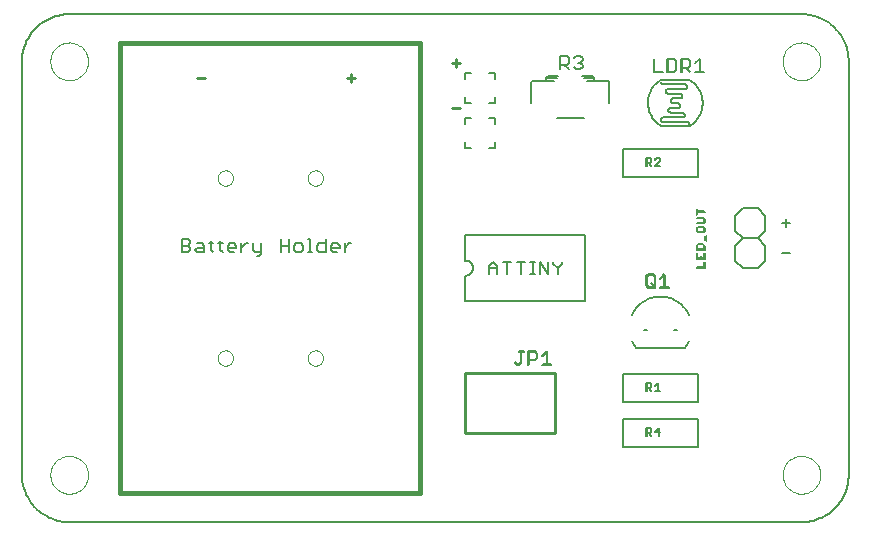
<source format=gto>
G75*
%MOIN*%
%OFA0B0*%
%FSLAX24Y24*%
%IPPOS*%
%LPD*%
%AMOC8*
5,1,8,0,0,1.08239X$1,22.5*
%
%ADD10C,0.0000*%
%ADD11C,0.0080*%
%ADD12C,0.0160*%
%ADD13C,0.0100*%
%ADD14C,0.0050*%
%ADD15C,0.0060*%
%ADD16C,0.0040*%
%ADD17C,0.0030*%
D10*
X006284Y003416D02*
X030694Y003416D01*
X030064Y004990D02*
X030066Y005040D01*
X030072Y005090D01*
X030082Y005139D01*
X030096Y005187D01*
X030113Y005234D01*
X030134Y005279D01*
X030159Y005323D01*
X030187Y005364D01*
X030219Y005403D01*
X030253Y005440D01*
X030290Y005474D01*
X030330Y005504D01*
X030372Y005531D01*
X030416Y005555D01*
X030462Y005576D01*
X030509Y005592D01*
X030557Y005605D01*
X030607Y005614D01*
X030656Y005619D01*
X030707Y005620D01*
X030757Y005617D01*
X030806Y005610D01*
X030855Y005599D01*
X030903Y005584D01*
X030949Y005566D01*
X030994Y005544D01*
X031037Y005518D01*
X031078Y005489D01*
X031117Y005457D01*
X031153Y005422D01*
X031185Y005384D01*
X031215Y005344D01*
X031242Y005301D01*
X031265Y005257D01*
X031284Y005211D01*
X031300Y005163D01*
X031312Y005114D01*
X031320Y005065D01*
X031324Y005015D01*
X031324Y004965D01*
X031320Y004915D01*
X031312Y004866D01*
X031300Y004817D01*
X031284Y004769D01*
X031265Y004723D01*
X031242Y004679D01*
X031215Y004636D01*
X031185Y004596D01*
X031153Y004558D01*
X031117Y004523D01*
X031078Y004491D01*
X031037Y004462D01*
X030994Y004436D01*
X030949Y004414D01*
X030903Y004396D01*
X030855Y004381D01*
X030806Y004370D01*
X030757Y004363D01*
X030707Y004360D01*
X030656Y004361D01*
X030607Y004366D01*
X030557Y004375D01*
X030509Y004388D01*
X030462Y004404D01*
X030416Y004425D01*
X030372Y004449D01*
X030330Y004476D01*
X030290Y004506D01*
X030253Y004540D01*
X030219Y004577D01*
X030187Y004616D01*
X030159Y004657D01*
X030134Y004701D01*
X030113Y004746D01*
X030096Y004793D01*
X030082Y004841D01*
X030072Y004890D01*
X030066Y004940D01*
X030064Y004990D01*
X030694Y003415D02*
X030771Y003417D01*
X030848Y003423D01*
X030925Y003432D01*
X031001Y003445D01*
X031077Y003462D01*
X031151Y003483D01*
X031225Y003507D01*
X031297Y003535D01*
X031367Y003566D01*
X031436Y003601D01*
X031504Y003639D01*
X031569Y003680D01*
X031632Y003725D01*
X031693Y003773D01*
X031752Y003823D01*
X031808Y003876D01*
X031861Y003932D01*
X031911Y003991D01*
X031959Y004052D01*
X032004Y004115D01*
X032045Y004180D01*
X032083Y004248D01*
X032118Y004317D01*
X032149Y004387D01*
X032177Y004459D01*
X032201Y004533D01*
X032222Y004607D01*
X032239Y004683D01*
X032252Y004759D01*
X032261Y004836D01*
X032267Y004913D01*
X032269Y004990D01*
X032269Y018770D01*
X030064Y018770D02*
X030066Y018820D01*
X030072Y018870D01*
X030082Y018919D01*
X030096Y018967D01*
X030113Y019014D01*
X030134Y019059D01*
X030159Y019103D01*
X030187Y019144D01*
X030219Y019183D01*
X030253Y019220D01*
X030290Y019254D01*
X030330Y019284D01*
X030372Y019311D01*
X030416Y019335D01*
X030462Y019356D01*
X030509Y019372D01*
X030557Y019385D01*
X030607Y019394D01*
X030656Y019399D01*
X030707Y019400D01*
X030757Y019397D01*
X030806Y019390D01*
X030855Y019379D01*
X030903Y019364D01*
X030949Y019346D01*
X030994Y019324D01*
X031037Y019298D01*
X031078Y019269D01*
X031117Y019237D01*
X031153Y019202D01*
X031185Y019164D01*
X031215Y019124D01*
X031242Y019081D01*
X031265Y019037D01*
X031284Y018991D01*
X031300Y018943D01*
X031312Y018894D01*
X031320Y018845D01*
X031324Y018795D01*
X031324Y018745D01*
X031320Y018695D01*
X031312Y018646D01*
X031300Y018597D01*
X031284Y018549D01*
X031265Y018503D01*
X031242Y018459D01*
X031215Y018416D01*
X031185Y018376D01*
X031153Y018338D01*
X031117Y018303D01*
X031078Y018271D01*
X031037Y018242D01*
X030994Y018216D01*
X030949Y018194D01*
X030903Y018176D01*
X030855Y018161D01*
X030806Y018150D01*
X030757Y018143D01*
X030707Y018140D01*
X030656Y018141D01*
X030607Y018146D01*
X030557Y018155D01*
X030509Y018168D01*
X030462Y018184D01*
X030416Y018205D01*
X030372Y018229D01*
X030330Y018256D01*
X030290Y018286D01*
X030253Y018320D01*
X030219Y018357D01*
X030187Y018396D01*
X030159Y018437D01*
X030134Y018481D01*
X030113Y018526D01*
X030096Y018573D01*
X030082Y018621D01*
X030072Y018670D01*
X030066Y018720D01*
X030064Y018770D01*
X030694Y020345D02*
X030771Y020343D01*
X030848Y020337D01*
X030925Y020328D01*
X031001Y020315D01*
X031077Y020298D01*
X031151Y020277D01*
X031225Y020253D01*
X031297Y020225D01*
X031367Y020194D01*
X031436Y020159D01*
X031504Y020121D01*
X031569Y020080D01*
X031632Y020035D01*
X031693Y019987D01*
X031752Y019937D01*
X031808Y019884D01*
X031861Y019828D01*
X031911Y019769D01*
X031959Y019708D01*
X032004Y019645D01*
X032045Y019580D01*
X032083Y019512D01*
X032118Y019443D01*
X032149Y019373D01*
X032177Y019301D01*
X032201Y019227D01*
X032222Y019153D01*
X032239Y019077D01*
X032252Y019001D01*
X032261Y018924D01*
X032267Y018847D01*
X032269Y018770D01*
X030694Y020345D02*
X006284Y020345D01*
X005654Y018770D02*
X005656Y018820D01*
X005662Y018870D01*
X005672Y018919D01*
X005686Y018967D01*
X005703Y019014D01*
X005724Y019059D01*
X005749Y019103D01*
X005777Y019144D01*
X005809Y019183D01*
X005843Y019220D01*
X005880Y019254D01*
X005920Y019284D01*
X005962Y019311D01*
X006006Y019335D01*
X006052Y019356D01*
X006099Y019372D01*
X006147Y019385D01*
X006197Y019394D01*
X006246Y019399D01*
X006297Y019400D01*
X006347Y019397D01*
X006396Y019390D01*
X006445Y019379D01*
X006493Y019364D01*
X006539Y019346D01*
X006584Y019324D01*
X006627Y019298D01*
X006668Y019269D01*
X006707Y019237D01*
X006743Y019202D01*
X006775Y019164D01*
X006805Y019124D01*
X006832Y019081D01*
X006855Y019037D01*
X006874Y018991D01*
X006890Y018943D01*
X006902Y018894D01*
X006910Y018845D01*
X006914Y018795D01*
X006914Y018745D01*
X006910Y018695D01*
X006902Y018646D01*
X006890Y018597D01*
X006874Y018549D01*
X006855Y018503D01*
X006832Y018459D01*
X006805Y018416D01*
X006775Y018376D01*
X006743Y018338D01*
X006707Y018303D01*
X006668Y018271D01*
X006627Y018242D01*
X006584Y018216D01*
X006539Y018194D01*
X006493Y018176D01*
X006445Y018161D01*
X006396Y018150D01*
X006347Y018143D01*
X006297Y018140D01*
X006246Y018141D01*
X006197Y018146D01*
X006147Y018155D01*
X006099Y018168D01*
X006052Y018184D01*
X006006Y018205D01*
X005962Y018229D01*
X005920Y018256D01*
X005880Y018286D01*
X005843Y018320D01*
X005809Y018357D01*
X005777Y018396D01*
X005749Y018437D01*
X005724Y018481D01*
X005703Y018526D01*
X005686Y018573D01*
X005672Y018621D01*
X005662Y018670D01*
X005656Y018720D01*
X005654Y018770D01*
X004709Y018770D02*
X004711Y018847D01*
X004717Y018924D01*
X004726Y019001D01*
X004739Y019077D01*
X004756Y019153D01*
X004777Y019227D01*
X004801Y019301D01*
X004829Y019373D01*
X004860Y019443D01*
X004895Y019512D01*
X004933Y019580D01*
X004974Y019645D01*
X005019Y019708D01*
X005067Y019769D01*
X005117Y019828D01*
X005170Y019884D01*
X005226Y019937D01*
X005285Y019987D01*
X005346Y020035D01*
X005409Y020080D01*
X005474Y020121D01*
X005542Y020159D01*
X005611Y020194D01*
X005681Y020225D01*
X005753Y020253D01*
X005827Y020277D01*
X005901Y020298D01*
X005977Y020315D01*
X006053Y020328D01*
X006130Y020337D01*
X006207Y020343D01*
X006284Y020345D01*
X004709Y018770D02*
X004709Y004990D01*
X005654Y004990D02*
X005656Y005040D01*
X005662Y005090D01*
X005672Y005139D01*
X005686Y005187D01*
X005703Y005234D01*
X005724Y005279D01*
X005749Y005323D01*
X005777Y005364D01*
X005809Y005403D01*
X005843Y005440D01*
X005880Y005474D01*
X005920Y005504D01*
X005962Y005531D01*
X006006Y005555D01*
X006052Y005576D01*
X006099Y005592D01*
X006147Y005605D01*
X006197Y005614D01*
X006246Y005619D01*
X006297Y005620D01*
X006347Y005617D01*
X006396Y005610D01*
X006445Y005599D01*
X006493Y005584D01*
X006539Y005566D01*
X006584Y005544D01*
X006627Y005518D01*
X006668Y005489D01*
X006707Y005457D01*
X006743Y005422D01*
X006775Y005384D01*
X006805Y005344D01*
X006832Y005301D01*
X006855Y005257D01*
X006874Y005211D01*
X006890Y005163D01*
X006902Y005114D01*
X006910Y005065D01*
X006914Y005015D01*
X006914Y004965D01*
X006910Y004915D01*
X006902Y004866D01*
X006890Y004817D01*
X006874Y004769D01*
X006855Y004723D01*
X006832Y004679D01*
X006805Y004636D01*
X006775Y004596D01*
X006743Y004558D01*
X006707Y004523D01*
X006668Y004491D01*
X006627Y004462D01*
X006584Y004436D01*
X006539Y004414D01*
X006493Y004396D01*
X006445Y004381D01*
X006396Y004370D01*
X006347Y004363D01*
X006297Y004360D01*
X006246Y004361D01*
X006197Y004366D01*
X006147Y004375D01*
X006099Y004388D01*
X006052Y004404D01*
X006006Y004425D01*
X005962Y004449D01*
X005920Y004476D01*
X005880Y004506D01*
X005843Y004540D01*
X005809Y004577D01*
X005777Y004616D01*
X005749Y004657D01*
X005724Y004701D01*
X005703Y004746D01*
X005686Y004793D01*
X005672Y004841D01*
X005662Y004890D01*
X005656Y004940D01*
X005654Y004990D01*
X004709Y004990D02*
X004711Y004913D01*
X004717Y004836D01*
X004726Y004759D01*
X004739Y004683D01*
X004756Y004607D01*
X004777Y004533D01*
X004801Y004459D01*
X004829Y004387D01*
X004860Y004317D01*
X004895Y004248D01*
X004933Y004180D01*
X004974Y004115D01*
X005019Y004052D01*
X005067Y003991D01*
X005117Y003932D01*
X005170Y003876D01*
X005226Y003823D01*
X005285Y003773D01*
X005346Y003725D01*
X005409Y003680D01*
X005474Y003639D01*
X005542Y003601D01*
X005611Y003566D01*
X005681Y003535D01*
X005753Y003507D01*
X005827Y003483D01*
X005901Y003462D01*
X005977Y003445D01*
X006053Y003432D01*
X006130Y003423D01*
X006207Y003417D01*
X006284Y003415D01*
X011233Y008880D02*
X011235Y008911D01*
X011241Y008942D01*
X011250Y008972D01*
X011263Y009001D01*
X011280Y009028D01*
X011300Y009052D01*
X011322Y009074D01*
X011348Y009093D01*
X011375Y009109D01*
X011404Y009121D01*
X011434Y009130D01*
X011465Y009135D01*
X011497Y009136D01*
X011528Y009133D01*
X011559Y009126D01*
X011589Y009116D01*
X011617Y009102D01*
X011643Y009084D01*
X011667Y009064D01*
X011688Y009040D01*
X011707Y009015D01*
X011722Y008987D01*
X011733Y008958D01*
X011741Y008927D01*
X011745Y008896D01*
X011745Y008864D01*
X011741Y008833D01*
X011733Y008802D01*
X011722Y008773D01*
X011707Y008745D01*
X011688Y008720D01*
X011667Y008696D01*
X011643Y008676D01*
X011617Y008658D01*
X011589Y008644D01*
X011559Y008634D01*
X011528Y008627D01*
X011497Y008624D01*
X011465Y008625D01*
X011434Y008630D01*
X011404Y008639D01*
X011375Y008651D01*
X011348Y008667D01*
X011322Y008686D01*
X011300Y008708D01*
X011280Y008732D01*
X011263Y008759D01*
X011250Y008788D01*
X011241Y008818D01*
X011235Y008849D01*
X011233Y008880D01*
X014233Y008880D02*
X014235Y008911D01*
X014241Y008942D01*
X014250Y008972D01*
X014263Y009001D01*
X014280Y009028D01*
X014300Y009052D01*
X014322Y009074D01*
X014348Y009093D01*
X014375Y009109D01*
X014404Y009121D01*
X014434Y009130D01*
X014465Y009135D01*
X014497Y009136D01*
X014528Y009133D01*
X014559Y009126D01*
X014589Y009116D01*
X014617Y009102D01*
X014643Y009084D01*
X014667Y009064D01*
X014688Y009040D01*
X014707Y009015D01*
X014722Y008987D01*
X014733Y008958D01*
X014741Y008927D01*
X014745Y008896D01*
X014745Y008864D01*
X014741Y008833D01*
X014733Y008802D01*
X014722Y008773D01*
X014707Y008745D01*
X014688Y008720D01*
X014667Y008696D01*
X014643Y008676D01*
X014617Y008658D01*
X014589Y008644D01*
X014559Y008634D01*
X014528Y008627D01*
X014497Y008624D01*
X014465Y008625D01*
X014434Y008630D01*
X014404Y008639D01*
X014375Y008651D01*
X014348Y008667D01*
X014322Y008686D01*
X014300Y008708D01*
X014280Y008732D01*
X014263Y008759D01*
X014250Y008788D01*
X014241Y008818D01*
X014235Y008849D01*
X014233Y008880D01*
X014233Y014880D02*
X014235Y014911D01*
X014241Y014942D01*
X014250Y014972D01*
X014263Y015001D01*
X014280Y015028D01*
X014300Y015052D01*
X014322Y015074D01*
X014348Y015093D01*
X014375Y015109D01*
X014404Y015121D01*
X014434Y015130D01*
X014465Y015135D01*
X014497Y015136D01*
X014528Y015133D01*
X014559Y015126D01*
X014589Y015116D01*
X014617Y015102D01*
X014643Y015084D01*
X014667Y015064D01*
X014688Y015040D01*
X014707Y015015D01*
X014722Y014987D01*
X014733Y014958D01*
X014741Y014927D01*
X014745Y014896D01*
X014745Y014864D01*
X014741Y014833D01*
X014733Y014802D01*
X014722Y014773D01*
X014707Y014745D01*
X014688Y014720D01*
X014667Y014696D01*
X014643Y014676D01*
X014617Y014658D01*
X014589Y014644D01*
X014559Y014634D01*
X014528Y014627D01*
X014497Y014624D01*
X014465Y014625D01*
X014434Y014630D01*
X014404Y014639D01*
X014375Y014651D01*
X014348Y014667D01*
X014322Y014686D01*
X014300Y014708D01*
X014280Y014732D01*
X014263Y014759D01*
X014250Y014788D01*
X014241Y014818D01*
X014235Y014849D01*
X014233Y014880D01*
X011233Y014880D02*
X011235Y014911D01*
X011241Y014942D01*
X011250Y014972D01*
X011263Y015001D01*
X011280Y015028D01*
X011300Y015052D01*
X011322Y015074D01*
X011348Y015093D01*
X011375Y015109D01*
X011404Y015121D01*
X011434Y015130D01*
X011465Y015135D01*
X011497Y015136D01*
X011528Y015133D01*
X011559Y015126D01*
X011589Y015116D01*
X011617Y015102D01*
X011643Y015084D01*
X011667Y015064D01*
X011688Y015040D01*
X011707Y015015D01*
X011722Y014987D01*
X011733Y014958D01*
X011741Y014927D01*
X011745Y014896D01*
X011745Y014864D01*
X011741Y014833D01*
X011733Y014802D01*
X011722Y014773D01*
X011707Y014745D01*
X011688Y014720D01*
X011667Y014696D01*
X011643Y014676D01*
X011617Y014658D01*
X011589Y014644D01*
X011559Y014634D01*
X011528Y014627D01*
X011497Y014624D01*
X011465Y014625D01*
X011434Y014630D01*
X011404Y014639D01*
X011375Y014651D01*
X011348Y014667D01*
X011322Y014686D01*
X011300Y014708D01*
X011280Y014732D01*
X011263Y014759D01*
X011250Y014788D01*
X011241Y014818D01*
X011235Y014849D01*
X011233Y014880D01*
D11*
X011327Y012770D02*
X011327Y012490D01*
X011397Y012420D01*
X011327Y012490D01*
X011327Y012770D01*
X011327Y012490D01*
X011397Y012420D01*
X011327Y012490D01*
X011327Y012770D01*
X011257Y012700D02*
X011397Y012700D01*
X011257Y012700D01*
X011397Y012700D01*
X011257Y012700D01*
X011090Y012700D02*
X010950Y012700D01*
X011090Y012700D01*
X010950Y012700D01*
X011090Y012700D01*
X011020Y012770D02*
X011020Y012490D01*
X011090Y012420D01*
X011020Y012490D01*
X011020Y012770D01*
X011020Y012490D01*
X011090Y012420D01*
X011020Y012490D01*
X011020Y012770D01*
X010770Y012630D02*
X010770Y012420D01*
X010559Y012420D01*
X010489Y012490D01*
X010559Y012560D01*
X010770Y012560D01*
X010559Y012560D01*
X010489Y012490D01*
X010559Y012420D01*
X010770Y012420D01*
X010770Y012630D01*
X010700Y012700D01*
X010559Y012700D01*
X010700Y012700D01*
X010770Y012630D01*
X010770Y012420D01*
X010559Y012420D01*
X010489Y012490D01*
X010559Y012560D01*
X010770Y012560D01*
X010559Y012560D01*
X010489Y012490D01*
X010559Y012420D01*
X010770Y012420D01*
X010770Y012630D01*
X010700Y012700D01*
X010559Y012700D01*
X010700Y012700D01*
X010770Y012630D01*
X010309Y012560D02*
X010309Y012490D01*
X010239Y012420D01*
X010029Y012420D01*
X010029Y012841D01*
X010239Y012841D01*
X010309Y012770D01*
X010309Y012700D01*
X010239Y012630D01*
X010029Y012630D01*
X010239Y012630D01*
X010309Y012560D01*
X010309Y012490D01*
X010239Y012420D01*
X010029Y012420D01*
X010029Y012841D01*
X010239Y012841D01*
X010309Y012770D01*
X010309Y012700D01*
X010239Y012630D01*
X010309Y012560D01*
X010309Y012490D01*
X010239Y012420D01*
X010029Y012420D01*
X010029Y012841D01*
X010239Y012841D01*
X010309Y012770D01*
X010309Y012700D01*
X010239Y012630D01*
X010029Y012630D01*
X010239Y012630D01*
X010309Y012560D01*
X010309Y012490D01*
X010239Y012420D01*
X010029Y012420D01*
X010029Y012841D01*
X010239Y012841D01*
X010309Y012770D01*
X010309Y012700D01*
X010239Y012630D01*
X010309Y012560D01*
X011564Y012560D02*
X011844Y012560D01*
X011844Y012630D01*
X011774Y012700D01*
X011634Y012700D01*
X011564Y012630D01*
X011564Y012490D01*
X011634Y012420D01*
X011774Y012420D01*
X011634Y012420D01*
X011564Y012490D01*
X011564Y012630D01*
X011634Y012700D01*
X011774Y012700D01*
X011844Y012630D01*
X011844Y012560D01*
X011564Y012560D01*
X011844Y012560D01*
X011844Y012630D01*
X011774Y012700D01*
X011634Y012700D01*
X011564Y012630D01*
X011564Y012490D01*
X011634Y012420D01*
X011774Y012420D01*
X011634Y012420D01*
X011564Y012490D01*
X011564Y012630D01*
X011634Y012700D01*
X011774Y012700D01*
X011844Y012630D01*
X011844Y012560D01*
X011564Y012560D01*
X012024Y012560D02*
X012164Y012700D01*
X012234Y012700D01*
X012164Y012700D01*
X012024Y012560D01*
X012164Y012700D01*
X012234Y012700D01*
X012164Y012700D01*
X012024Y012560D01*
X012024Y012420D02*
X012024Y012700D01*
X012024Y012420D01*
X012024Y012700D01*
X012024Y012420D01*
X012408Y012490D02*
X012478Y012420D01*
X012688Y012420D01*
X012478Y012420D01*
X012408Y012490D01*
X012408Y012700D01*
X012408Y012490D01*
X012478Y012420D01*
X012688Y012420D01*
X012478Y012420D01*
X012408Y012490D01*
X012408Y012700D01*
X012408Y012490D01*
X012548Y012280D02*
X012618Y012280D01*
X012688Y012350D01*
X012688Y012700D01*
X012688Y012350D01*
X012618Y012280D01*
X012548Y012280D01*
X012618Y012280D01*
X012688Y012350D01*
X012688Y012700D01*
X012688Y012350D01*
X012618Y012280D01*
X012548Y012280D01*
X013328Y012420D02*
X013328Y012841D01*
X013328Y012420D01*
X013328Y012841D01*
X013328Y012420D01*
X013328Y012630D02*
X013609Y012630D01*
X013328Y012630D01*
X013609Y012630D01*
X013328Y012630D01*
X013609Y012420D02*
X013609Y012841D01*
X013609Y012420D01*
X013609Y012841D01*
X013609Y012420D01*
X013789Y012490D02*
X013859Y012420D01*
X013999Y012420D01*
X014069Y012490D01*
X014069Y012630D01*
X013999Y012700D01*
X013859Y012700D01*
X013789Y012630D01*
X013789Y012490D01*
X013859Y012420D01*
X013999Y012420D01*
X014069Y012490D01*
X014069Y012630D01*
X013999Y012700D01*
X013859Y012700D01*
X013789Y012630D01*
X013789Y012490D01*
X013859Y012420D01*
X013999Y012420D01*
X014069Y012490D01*
X014069Y012630D01*
X013999Y012700D01*
X013859Y012700D01*
X013789Y012630D01*
X013789Y012490D01*
X013859Y012420D01*
X013999Y012420D01*
X014069Y012490D01*
X014069Y012630D01*
X013999Y012700D01*
X013859Y012700D01*
X013789Y012630D01*
X013789Y012490D01*
X014249Y012420D02*
X014389Y012420D01*
X014249Y012420D01*
X014389Y012420D01*
X014249Y012420D01*
X014319Y012420D02*
X014319Y012841D01*
X014249Y012841D01*
X014319Y012841D01*
X014319Y012420D01*
X014319Y012841D01*
X014249Y012841D01*
X014319Y012841D01*
X014319Y012420D01*
X014556Y012490D02*
X014556Y012630D01*
X014626Y012700D01*
X014836Y012700D01*
X014626Y012700D01*
X014556Y012630D01*
X014556Y012490D01*
X014626Y012420D01*
X014836Y012420D01*
X014836Y012841D01*
X014836Y012420D01*
X014626Y012420D01*
X014556Y012490D01*
X014556Y012630D01*
X014626Y012700D01*
X014836Y012700D01*
X014626Y012700D01*
X014556Y012630D01*
X014556Y012490D01*
X014626Y012420D01*
X014836Y012420D01*
X014836Y012841D01*
X014836Y012420D01*
X014626Y012420D01*
X014556Y012490D01*
X015017Y012490D02*
X015087Y012420D01*
X015227Y012420D01*
X015087Y012420D01*
X015017Y012490D01*
X015017Y012630D01*
X015087Y012700D01*
X015227Y012700D01*
X015297Y012630D01*
X015297Y012560D01*
X015017Y012560D01*
X015297Y012560D01*
X015297Y012630D01*
X015227Y012700D01*
X015087Y012700D01*
X015017Y012630D01*
X015017Y012490D01*
X015017Y012630D01*
X015087Y012700D01*
X015227Y012700D01*
X015297Y012630D01*
X015297Y012560D01*
X015017Y012560D01*
X015297Y012560D01*
X015297Y012630D01*
X015227Y012700D01*
X015087Y012700D01*
X015017Y012630D01*
X015017Y012490D01*
X015087Y012420D01*
X015227Y012420D01*
X015087Y012420D01*
X015017Y012490D01*
X015477Y012420D02*
X015477Y012700D01*
X015477Y012420D01*
X015477Y012700D01*
X015477Y012420D01*
X015477Y012560D02*
X015617Y012700D01*
X015687Y012700D01*
X015617Y012700D01*
X015477Y012560D01*
X015617Y012700D01*
X015687Y012700D01*
X015617Y012700D01*
X015477Y012560D01*
X019489Y012980D02*
X019489Y012130D01*
X019519Y012128D01*
X019549Y012123D01*
X019578Y012114D01*
X019605Y012101D01*
X019631Y012086D01*
X019655Y012067D01*
X019676Y012046D01*
X019695Y012022D01*
X019710Y011996D01*
X019723Y011969D01*
X019732Y011940D01*
X019737Y011910D01*
X019739Y011880D01*
X019737Y011850D01*
X019732Y011820D01*
X019723Y011791D01*
X019710Y011764D01*
X019695Y011738D01*
X019676Y011714D01*
X019655Y011693D01*
X019631Y011674D01*
X019605Y011659D01*
X019578Y011646D01*
X019549Y011637D01*
X019519Y011632D01*
X019489Y011630D01*
X019489Y010780D01*
X023489Y010780D01*
X023489Y012980D01*
X019489Y012980D01*
X020419Y012091D02*
X020559Y011950D01*
X020559Y011670D01*
X020559Y011880D02*
X020279Y011880D01*
X020279Y011950D02*
X020419Y012091D01*
X020279Y011950D02*
X020279Y011670D01*
X020879Y011670D02*
X020879Y012091D01*
X020739Y012091D02*
X021020Y012091D01*
X021200Y012091D02*
X021480Y012091D01*
X021340Y012091D02*
X021340Y011670D01*
X021660Y011670D02*
X021800Y011670D01*
X021730Y011670D02*
X021730Y012091D01*
X021660Y012091D02*
X021800Y012091D01*
X021967Y012091D02*
X022247Y011670D01*
X022247Y012091D01*
X022427Y012091D02*
X022427Y012020D01*
X022568Y011880D01*
X022568Y011670D01*
X022568Y011880D02*
X022708Y012020D01*
X022708Y012091D01*
X021967Y012091D02*
X021967Y011670D01*
X025529Y011595D02*
X025529Y011315D01*
X025599Y011245D01*
X025739Y011245D01*
X025809Y011315D01*
X025809Y011595D01*
X025739Y011666D01*
X025599Y011666D01*
X025529Y011595D01*
X025669Y011385D02*
X025809Y011245D01*
X025989Y011245D02*
X026270Y011245D01*
X026129Y011245D02*
X026129Y011666D01*
X025989Y011525D01*
X027209Y011920D02*
X027449Y011920D01*
X027449Y012080D01*
X027449Y012215D02*
X027449Y012375D01*
X027449Y012509D02*
X027209Y012509D01*
X027209Y012630D01*
X027249Y012670D01*
X027409Y012670D01*
X027449Y012630D01*
X027449Y012509D01*
X027329Y012295D02*
X027329Y012215D01*
X027209Y012215D02*
X027449Y012215D01*
X027209Y012215D02*
X027209Y012375D01*
X027489Y012804D02*
X027489Y012964D01*
X027409Y013099D02*
X027449Y013139D01*
X027449Y013219D01*
X027409Y013259D01*
X027249Y013259D01*
X027209Y013219D01*
X027209Y013139D01*
X027249Y013099D01*
X027409Y013099D01*
X027409Y013393D02*
X027209Y013393D01*
X027209Y013554D02*
X027409Y013554D01*
X027449Y013514D01*
X027449Y013433D01*
X027409Y013393D01*
X027209Y013688D02*
X027209Y013848D01*
X027209Y013768D02*
X027449Y013768D01*
X028489Y013630D02*
X028489Y013130D01*
X028739Y012880D01*
X029239Y012880D01*
X029489Y013130D01*
X029489Y013630D01*
X029239Y013880D01*
X028739Y013880D01*
X028489Y013630D01*
X028739Y012880D02*
X028489Y012630D01*
X028489Y012130D01*
X028739Y011880D01*
X029239Y011880D01*
X029489Y012130D01*
X029489Y012630D01*
X029239Y012880D01*
X030029Y012380D02*
X030309Y012380D01*
X030029Y012380D01*
X030169Y013240D02*
X030169Y013520D01*
X030169Y013240D01*
X030029Y013380D02*
X030309Y013380D01*
X030029Y013380D01*
X027229Y014908D02*
X024749Y014908D01*
X027229Y014908D01*
X027229Y015853D01*
X024749Y015853D01*
X024749Y014908D01*
X024749Y015853D01*
X027229Y015853D01*
X027229Y014908D01*
X025984Y015295D02*
X025824Y015295D01*
X025984Y015455D01*
X025984Y015495D01*
X025944Y015535D01*
X025864Y015535D01*
X025824Y015495D01*
X025689Y015495D02*
X025689Y015415D01*
X025649Y015375D01*
X025529Y015375D01*
X025529Y015295D02*
X025529Y015535D01*
X025649Y015535D01*
X025689Y015495D01*
X025609Y015375D02*
X025689Y015295D01*
X026017Y016603D02*
X026961Y016603D01*
X026017Y016603D01*
X026095Y016750D02*
X026883Y016750D01*
X026883Y016751D02*
X026898Y016749D01*
X026913Y016745D01*
X026927Y016738D01*
X026939Y016728D01*
X026949Y016716D01*
X026956Y016702D01*
X026960Y016687D01*
X026962Y016672D01*
X026725Y016908D02*
X026095Y016908D01*
X026079Y016906D01*
X026063Y016901D01*
X026049Y016893D01*
X026036Y016882D01*
X026027Y016869D01*
X026020Y016853D01*
X026016Y016837D01*
X026016Y016821D01*
X026020Y016805D01*
X026027Y016790D01*
X026036Y016776D01*
X026049Y016765D01*
X026063Y016757D01*
X026079Y016752D01*
X026095Y016750D01*
X026331Y017065D02*
X026725Y017065D01*
X026741Y017063D01*
X026757Y017058D01*
X026771Y017050D01*
X026784Y017039D01*
X026793Y017026D01*
X026800Y017010D01*
X026804Y016994D01*
X026804Y016978D01*
X026800Y016962D01*
X026793Y016947D01*
X026784Y016933D01*
X026771Y016922D01*
X026757Y016914D01*
X026741Y016909D01*
X026725Y016907D01*
X026568Y017223D02*
X026331Y017223D01*
X026315Y017221D01*
X026299Y017216D01*
X026285Y017208D01*
X026272Y017197D01*
X026263Y017184D01*
X026256Y017168D01*
X026252Y017152D01*
X026252Y017136D01*
X026256Y017120D01*
X026263Y017105D01*
X026272Y017091D01*
X026285Y017080D01*
X026299Y017072D01*
X026315Y017067D01*
X026331Y017065D01*
X026410Y017380D02*
X026568Y017380D01*
X026017Y016602D02*
X025968Y016634D01*
X025922Y016669D01*
X025878Y016707D01*
X025836Y016747D01*
X025797Y016790D01*
X025761Y016836D01*
X025727Y016883D01*
X025697Y016933D01*
X025670Y016984D01*
X025647Y017038D01*
X025627Y017092D01*
X025610Y017148D01*
X025597Y017204D01*
X025587Y017261D01*
X025581Y017319D01*
X025579Y017377D01*
X025580Y017435D01*
X025586Y017493D01*
X025594Y017551D01*
X025607Y017607D01*
X025623Y017663D01*
X025642Y017718D01*
X025665Y017771D01*
X025692Y017823D01*
X025721Y017873D01*
X025754Y017921D01*
X025789Y017967D01*
X025828Y018010D01*
X025869Y018051D01*
X025913Y018090D01*
X025959Y018125D01*
X026007Y018158D01*
X026017Y018158D02*
X026961Y018158D01*
X026017Y018158D01*
X026016Y018089D02*
X026018Y018074D01*
X026022Y018059D01*
X026029Y018045D01*
X026039Y018033D01*
X026051Y018023D01*
X026065Y018016D01*
X026080Y018012D01*
X026095Y018010D01*
X026804Y018010D01*
X026820Y018008D01*
X026836Y018003D01*
X026850Y017995D01*
X026863Y017984D01*
X026872Y017971D01*
X026879Y017955D01*
X026883Y017939D01*
X026883Y017923D01*
X026879Y017907D01*
X026872Y017892D01*
X026863Y017878D01*
X026850Y017867D01*
X026836Y017859D01*
X026820Y017854D01*
X026804Y017852D01*
X026804Y017853D02*
X026253Y017853D01*
X026237Y017851D01*
X026221Y017846D01*
X026207Y017838D01*
X026194Y017827D01*
X026185Y017814D01*
X026178Y017798D01*
X026174Y017782D01*
X026174Y017766D01*
X026178Y017750D01*
X026185Y017735D01*
X026194Y017721D01*
X026207Y017710D01*
X026221Y017702D01*
X026237Y017697D01*
X026253Y017695D01*
X026646Y017695D01*
X026662Y017693D01*
X026678Y017688D01*
X026692Y017680D01*
X026705Y017669D01*
X026714Y017656D01*
X026721Y017640D01*
X026725Y017624D01*
X026725Y017608D01*
X026721Y017592D01*
X026714Y017577D01*
X026705Y017563D01*
X026692Y017552D01*
X026678Y017544D01*
X026662Y017539D01*
X026646Y017537D01*
X026646Y017538D02*
X026410Y017538D01*
X026394Y017536D01*
X026378Y017531D01*
X026364Y017523D01*
X026351Y017512D01*
X026342Y017499D01*
X026335Y017483D01*
X026331Y017467D01*
X026331Y017451D01*
X026335Y017435D01*
X026342Y017420D01*
X026351Y017406D01*
X026364Y017395D01*
X026378Y017387D01*
X026394Y017382D01*
X026410Y017380D01*
X026961Y018158D02*
X027010Y018126D01*
X027056Y018091D01*
X027100Y018053D01*
X027142Y018013D01*
X027181Y017970D01*
X027217Y017924D01*
X027251Y017877D01*
X027281Y017827D01*
X027308Y017776D01*
X027331Y017722D01*
X027351Y017668D01*
X027368Y017612D01*
X027381Y017556D01*
X027391Y017499D01*
X027397Y017441D01*
X027399Y017383D01*
X027398Y017325D01*
X027392Y017267D01*
X027384Y017209D01*
X027371Y017153D01*
X027355Y017097D01*
X027336Y017042D01*
X027313Y016989D01*
X027286Y016937D01*
X027257Y016887D01*
X027224Y016839D01*
X027189Y016793D01*
X027150Y016750D01*
X027109Y016709D01*
X027065Y016670D01*
X027019Y016635D01*
X026971Y016602D01*
X026568Y017222D02*
X026584Y017224D01*
X026600Y017229D01*
X026614Y017237D01*
X026627Y017248D01*
X026636Y017262D01*
X026643Y017277D01*
X026647Y017293D01*
X026647Y017309D01*
X026643Y017325D01*
X026636Y017341D01*
X026627Y017354D01*
X026614Y017365D01*
X026600Y017373D01*
X026584Y017378D01*
X026568Y017380D01*
X026017Y016602D02*
X025968Y016634D01*
X025922Y016669D01*
X025878Y016707D01*
X025836Y016747D01*
X025797Y016790D01*
X025761Y016836D01*
X025727Y016883D01*
X025697Y016933D01*
X025670Y016984D01*
X025647Y017038D01*
X025627Y017092D01*
X025610Y017148D01*
X025597Y017204D01*
X025587Y017261D01*
X025581Y017319D01*
X025579Y017377D01*
X025580Y017435D01*
X025586Y017493D01*
X025594Y017551D01*
X025607Y017607D01*
X025623Y017663D01*
X025642Y017718D01*
X025665Y017771D01*
X025692Y017823D01*
X025721Y017873D01*
X025754Y017921D01*
X025789Y017967D01*
X025828Y018010D01*
X025869Y018051D01*
X025913Y018090D01*
X025959Y018125D01*
X026007Y018158D01*
X026059Y018420D02*
X025779Y018420D01*
X025779Y018841D01*
X026239Y018841D02*
X026450Y018841D01*
X026520Y018770D01*
X026520Y018490D01*
X026450Y018420D01*
X026239Y018420D01*
X026239Y018841D01*
X026700Y018841D02*
X026910Y018841D01*
X026980Y018770D01*
X026980Y018630D01*
X026910Y018560D01*
X026700Y018560D01*
X026700Y018420D02*
X026700Y018841D01*
X027160Y018700D02*
X027300Y018841D01*
X027300Y018420D01*
X027160Y018420D02*
X027440Y018420D01*
X026980Y018420D02*
X026840Y018560D01*
X026961Y018158D02*
X027010Y018126D01*
X027056Y018091D01*
X027100Y018053D01*
X027142Y018013D01*
X027181Y017970D01*
X027217Y017924D01*
X027251Y017877D01*
X027281Y017827D01*
X027308Y017776D01*
X027331Y017722D01*
X027351Y017668D01*
X027368Y017612D01*
X027381Y017556D01*
X027391Y017499D01*
X027397Y017441D01*
X027399Y017383D01*
X027398Y017325D01*
X027392Y017267D01*
X027384Y017209D01*
X027371Y017153D01*
X027355Y017097D01*
X027336Y017042D01*
X027313Y016989D01*
X027286Y016937D01*
X027257Y016887D01*
X027224Y016839D01*
X027189Y016793D01*
X027150Y016750D01*
X027109Y016709D01*
X027065Y016670D01*
X027019Y016635D01*
X026971Y016602D01*
X024289Y017380D02*
X024289Y018080D01*
X024239Y018130D01*
X023789Y018130D01*
X023539Y018130D01*
X023439Y018230D02*
X023789Y018230D01*
X023789Y018130D01*
X023789Y018230D02*
X023739Y018280D01*
X023389Y018280D01*
X023325Y018520D02*
X023184Y018520D01*
X023114Y018590D01*
X022934Y018520D02*
X022794Y018660D01*
X022864Y018660D02*
X022654Y018660D01*
X022654Y018520D02*
X022654Y018941D01*
X022864Y018941D01*
X022934Y018870D01*
X022934Y018730D01*
X022864Y018660D01*
X023114Y018870D02*
X023184Y018941D01*
X023325Y018941D01*
X023395Y018870D01*
X023395Y018800D01*
X023325Y018730D01*
X023395Y018660D01*
X023395Y018590D01*
X023325Y018520D01*
X023325Y018730D02*
X023254Y018730D01*
X022589Y018280D02*
X022239Y018280D01*
X022189Y018230D01*
X022539Y018230D01*
X022439Y018130D02*
X022189Y018130D01*
X021739Y018130D01*
X021689Y018080D01*
X021689Y017380D01*
X022189Y018130D02*
X022189Y018230D01*
X020489Y018180D02*
X020489Y018380D01*
X020289Y018380D01*
X019689Y018380D02*
X019489Y018380D01*
X019489Y018180D01*
X019489Y017580D02*
X019489Y017380D01*
X019689Y017380D01*
X020289Y017380D02*
X020489Y017380D01*
X020489Y017580D01*
X020489Y016880D02*
X020289Y016880D01*
X020489Y016880D02*
X020489Y016680D01*
X019689Y016880D02*
X019489Y016880D01*
X019489Y016680D01*
X019489Y016080D02*
X019489Y015880D01*
X019689Y015880D01*
X020289Y015880D02*
X020489Y015880D01*
X020489Y016080D01*
X022539Y016880D02*
X023439Y016880D01*
X030694Y020345D02*
X030771Y020343D01*
X030848Y020337D01*
X030925Y020328D01*
X031001Y020315D01*
X031077Y020298D01*
X031151Y020277D01*
X031225Y020253D01*
X031297Y020225D01*
X031367Y020194D01*
X031436Y020159D01*
X031504Y020121D01*
X031569Y020080D01*
X031632Y020035D01*
X031693Y019987D01*
X031752Y019937D01*
X031808Y019884D01*
X031861Y019828D01*
X031911Y019769D01*
X031959Y019708D01*
X032004Y019645D01*
X032045Y019580D01*
X032083Y019512D01*
X032118Y019443D01*
X032149Y019373D01*
X032177Y019301D01*
X032201Y019227D01*
X032222Y019153D01*
X032239Y019077D01*
X032252Y019001D01*
X032261Y018924D01*
X032267Y018847D01*
X032269Y018770D01*
X032269Y004990D01*
X032267Y004913D01*
X032261Y004836D01*
X032252Y004759D01*
X032239Y004683D01*
X032222Y004607D01*
X032201Y004533D01*
X032177Y004459D01*
X032149Y004387D01*
X032118Y004317D01*
X032083Y004248D01*
X032045Y004180D01*
X032004Y004115D01*
X031959Y004052D01*
X031911Y003991D01*
X031861Y003932D01*
X031808Y003876D01*
X031752Y003823D01*
X031693Y003773D01*
X031632Y003725D01*
X031569Y003680D01*
X031504Y003639D01*
X031436Y003601D01*
X031367Y003566D01*
X031297Y003535D01*
X031225Y003507D01*
X031151Y003483D01*
X031077Y003462D01*
X031001Y003445D01*
X030925Y003432D01*
X030848Y003423D01*
X030771Y003417D01*
X030694Y003415D01*
X030694Y003416D02*
X006284Y003416D01*
X006284Y003415D02*
X006207Y003417D01*
X006130Y003423D01*
X006053Y003432D01*
X005977Y003445D01*
X005901Y003462D01*
X005827Y003483D01*
X005753Y003507D01*
X005681Y003535D01*
X005611Y003566D01*
X005542Y003601D01*
X005474Y003639D01*
X005409Y003680D01*
X005346Y003725D01*
X005285Y003773D01*
X005226Y003823D01*
X005170Y003876D01*
X005117Y003932D01*
X005067Y003991D01*
X005019Y004052D01*
X004974Y004115D01*
X004933Y004180D01*
X004895Y004248D01*
X004860Y004317D01*
X004829Y004387D01*
X004801Y004459D01*
X004777Y004533D01*
X004756Y004607D01*
X004739Y004683D01*
X004726Y004759D01*
X004717Y004836D01*
X004711Y004913D01*
X004709Y004990D01*
X004709Y018770D01*
X004711Y018847D01*
X004717Y018924D01*
X004726Y019001D01*
X004739Y019077D01*
X004756Y019153D01*
X004777Y019227D01*
X004801Y019301D01*
X004829Y019373D01*
X004860Y019443D01*
X004895Y019512D01*
X004933Y019580D01*
X004974Y019645D01*
X005019Y019708D01*
X005067Y019769D01*
X005117Y019828D01*
X005170Y019884D01*
X005226Y019937D01*
X005285Y019987D01*
X005346Y020035D01*
X005409Y020080D01*
X005474Y020121D01*
X005542Y020159D01*
X005611Y020194D01*
X005681Y020225D01*
X005753Y020253D01*
X005827Y020277D01*
X005901Y020298D01*
X005977Y020315D01*
X006053Y020328D01*
X006130Y020337D01*
X006207Y020343D01*
X006284Y020345D01*
X030694Y020345D01*
X026542Y009830D02*
X026436Y009830D01*
X026943Y009442D02*
X026916Y009386D01*
X026885Y009332D01*
X026851Y009280D01*
X026814Y009230D01*
X025164Y009230D01*
X025436Y009830D02*
X025542Y009830D01*
X025039Y009433D02*
X025066Y009379D01*
X025096Y009328D01*
X025129Y009278D01*
X025164Y009230D01*
X025039Y010327D02*
X025068Y010384D01*
X025101Y010440D01*
X025136Y010493D01*
X025176Y010544D01*
X025218Y010592D01*
X025263Y010638D01*
X025310Y010681D01*
X025360Y010721D01*
X025413Y010758D01*
X025468Y010791D01*
X025524Y010822D01*
X025583Y010848D01*
X025643Y010871D01*
X025704Y010891D01*
X025766Y010906D01*
X025829Y010918D01*
X025893Y010926D01*
X025957Y010930D01*
X026021Y010930D01*
X026085Y010926D01*
X026149Y010918D01*
X026212Y010906D01*
X026274Y010891D01*
X026335Y010871D01*
X026395Y010848D01*
X026454Y010822D01*
X026510Y010791D01*
X026565Y010758D01*
X026618Y010721D01*
X026668Y010681D01*
X026715Y010638D01*
X026760Y010592D01*
X026802Y010544D01*
X026842Y010493D01*
X026877Y010440D01*
X026910Y010384D01*
X026939Y010327D01*
X027229Y008353D02*
X024749Y008353D01*
X024749Y007408D01*
X027229Y007408D01*
X027229Y008353D01*
X027229Y007408D01*
X024749Y007408D01*
X024749Y008353D01*
X027229Y008353D01*
X025904Y008035D02*
X025904Y007795D01*
X025824Y007795D02*
X025984Y007795D01*
X025824Y007955D02*
X025904Y008035D01*
X025689Y007995D02*
X025689Y007915D01*
X025649Y007875D01*
X025529Y007875D01*
X025529Y007795D02*
X025529Y008035D01*
X025649Y008035D01*
X025689Y007995D01*
X025609Y007875D02*
X025689Y007795D01*
X024749Y006853D02*
X027229Y006853D01*
X027229Y005908D01*
X024749Y005908D01*
X024749Y006853D01*
X027229Y006853D01*
X027229Y005908D01*
X024749Y005908D01*
X024749Y006853D01*
X025529Y006535D02*
X025649Y006535D01*
X025689Y006495D01*
X025689Y006415D01*
X025649Y006375D01*
X025529Y006375D01*
X025529Y006295D02*
X025529Y006535D01*
X025609Y006375D02*
X025689Y006295D01*
X025824Y006415D02*
X025984Y006415D01*
X025944Y006295D02*
X025944Y006535D01*
X025824Y006415D01*
X022489Y006380D02*
X022489Y008380D01*
X019489Y008380D01*
X019489Y006380D01*
X022489Y006380D01*
X022349Y008670D02*
X022069Y008670D01*
X022209Y008670D02*
X022209Y009091D01*
X022069Y008950D01*
X021888Y008880D02*
X021818Y008810D01*
X021608Y008810D01*
X021608Y008670D02*
X021608Y009091D01*
X021818Y009091D01*
X021888Y009020D01*
X021888Y008880D01*
X021428Y009091D02*
X021288Y009091D01*
X021358Y009091D02*
X021358Y008740D01*
X021288Y008670D01*
X021218Y008670D01*
X021148Y008740D01*
D12*
X017989Y004380D02*
X007989Y004380D01*
X007989Y019380D01*
X017989Y019380D01*
X017989Y004380D01*
D13*
X019489Y006380D02*
X019489Y008380D01*
X022489Y008380D01*
X022489Y006380D01*
X019489Y006380D01*
X019306Y017230D02*
X019039Y017230D01*
X019306Y017230D01*
X019172Y018597D02*
X019172Y018864D01*
X019172Y018597D01*
X019039Y018730D02*
X019306Y018730D01*
X019039Y018730D01*
X015806Y018230D02*
X015539Y018230D01*
X015806Y018230D01*
X015672Y018097D02*
X015672Y018364D01*
X015672Y018097D01*
X010806Y018230D02*
X010539Y018230D01*
X010806Y018230D01*
D14*
X022639Y018505D02*
X022639Y018956D01*
X022864Y018956D01*
X022939Y018881D01*
X022939Y018730D01*
X022864Y018655D01*
X022639Y018655D01*
X022789Y018655D02*
X022939Y018505D01*
X023099Y018580D02*
X023174Y018505D01*
X023325Y018505D01*
X023400Y018580D01*
X023400Y018655D01*
X023325Y018730D01*
X023249Y018730D01*
X023325Y018730D02*
X023400Y018805D01*
X023400Y018881D01*
X023325Y018956D01*
X023174Y018956D01*
X023099Y018881D01*
X025764Y018856D02*
X025764Y018405D01*
X026064Y018405D01*
X026224Y018405D02*
X026450Y018405D01*
X026525Y018480D01*
X026525Y018781D01*
X026450Y018856D01*
X026224Y018856D01*
X026224Y018405D01*
X026685Y018405D02*
X026685Y018856D01*
X026910Y018856D01*
X026985Y018781D01*
X026985Y018630D01*
X026910Y018555D01*
X026685Y018555D01*
X026835Y018555D02*
X026985Y018405D01*
X027145Y018405D02*
X027445Y018405D01*
X027295Y018405D02*
X027295Y018856D01*
X027145Y018705D01*
X025944Y015550D02*
X025854Y015550D01*
X025809Y015505D01*
X025694Y015505D02*
X025694Y015415D01*
X025649Y015370D01*
X025514Y015370D01*
X025514Y015280D02*
X025514Y015550D01*
X025649Y015550D01*
X025694Y015505D01*
X025604Y015370D02*
X025694Y015280D01*
X025809Y015280D02*
X025989Y015460D01*
X025989Y015505D01*
X025944Y015550D01*
X025989Y015280D02*
X025809Y015280D01*
X025739Y011681D02*
X025814Y011606D01*
X025814Y011305D01*
X025739Y011230D01*
X025589Y011230D01*
X025514Y011305D01*
X025514Y011606D01*
X025589Y011681D01*
X025739Y011681D01*
X025974Y011530D02*
X026124Y011681D01*
X026124Y011230D01*
X025974Y011230D02*
X026275Y011230D01*
X025814Y011230D02*
X025664Y011380D01*
X025039Y009433D02*
X025066Y009379D01*
X025096Y009328D01*
X025129Y009278D01*
X025164Y009230D01*
X026814Y009230D01*
X026542Y009830D02*
X026436Y009830D01*
X026943Y009442D02*
X026916Y009386D01*
X026885Y009332D01*
X026851Y009280D01*
X026814Y009230D01*
X026939Y010327D02*
X026910Y010384D01*
X026877Y010440D01*
X026842Y010493D01*
X026802Y010544D01*
X026760Y010592D01*
X026715Y010638D01*
X026668Y010681D01*
X026618Y010721D01*
X026565Y010758D01*
X026510Y010791D01*
X026454Y010822D01*
X026395Y010848D01*
X026335Y010871D01*
X026274Y010891D01*
X026212Y010906D01*
X026149Y010918D01*
X026085Y010926D01*
X026021Y010930D01*
X025957Y010930D01*
X025893Y010926D01*
X025829Y010918D01*
X025766Y010906D01*
X025704Y010891D01*
X025643Y010871D01*
X025583Y010848D01*
X025524Y010822D01*
X025468Y010791D01*
X025413Y010758D01*
X025360Y010721D01*
X025310Y010681D01*
X025263Y010638D01*
X025218Y010592D01*
X025176Y010544D01*
X025136Y010493D01*
X025101Y010440D01*
X025068Y010384D01*
X025039Y010327D01*
X025436Y009830D02*
X025542Y009830D01*
X025514Y008050D02*
X025649Y008050D01*
X025694Y008005D01*
X025694Y007915D01*
X025649Y007870D01*
X025514Y007870D01*
X025514Y007780D02*
X025514Y008050D01*
X025604Y007870D02*
X025694Y007780D01*
X025809Y007780D02*
X025989Y007780D01*
X025899Y007780D02*
X025899Y008050D01*
X025809Y007960D01*
X025944Y006550D02*
X025809Y006415D01*
X025989Y006415D01*
X025944Y006280D02*
X025944Y006550D01*
X025694Y006505D02*
X025694Y006415D01*
X025649Y006370D01*
X025514Y006370D01*
X025514Y006280D02*
X025514Y006550D01*
X025649Y006550D01*
X025694Y006505D01*
X025604Y006370D02*
X025694Y006280D01*
X022354Y008655D02*
X022054Y008655D01*
X022204Y008655D02*
X022204Y009106D01*
X022054Y008955D01*
X021893Y008880D02*
X021818Y008805D01*
X021593Y008805D01*
X021593Y008655D02*
X021593Y009106D01*
X021818Y009106D01*
X021893Y009031D01*
X021893Y008880D01*
X021433Y009106D02*
X021283Y009106D01*
X021358Y009106D02*
X021358Y008730D01*
X021283Y008655D01*
X021208Y008655D01*
X021133Y008730D01*
D15*
X019489Y010780D02*
X023489Y010780D01*
X023489Y012980D01*
X019489Y012980D01*
X019489Y012130D01*
X019519Y012128D01*
X019549Y012123D01*
X019578Y012114D01*
X019605Y012101D01*
X019631Y012086D01*
X019655Y012067D01*
X019676Y012046D01*
X019695Y012022D01*
X019710Y011996D01*
X019723Y011969D01*
X019732Y011940D01*
X019737Y011910D01*
X019739Y011880D01*
X019737Y011850D01*
X019732Y011820D01*
X019723Y011791D01*
X019710Y011764D01*
X019695Y011738D01*
X019676Y011714D01*
X019655Y011693D01*
X019631Y011674D01*
X019605Y011659D01*
X019578Y011646D01*
X019549Y011637D01*
X019519Y011632D01*
X019489Y011630D01*
X019489Y010780D01*
X019489Y015880D02*
X019689Y015880D01*
X019489Y015880D02*
X019489Y016080D01*
X020289Y015880D02*
X020489Y015880D01*
X020489Y016080D01*
X020489Y016680D02*
X020489Y016880D01*
X020289Y016880D01*
X019689Y016880D02*
X019489Y016880D01*
X019489Y016680D01*
X019489Y017380D02*
X019689Y017380D01*
X019489Y017380D02*
X019489Y017580D01*
X020289Y017380D02*
X020489Y017380D01*
X020489Y017580D01*
X020489Y018180D02*
X020489Y018380D01*
X020289Y018380D01*
X019689Y018380D02*
X019489Y018380D01*
X019489Y018180D01*
X021689Y018080D02*
X021689Y017380D01*
X021689Y018080D02*
X021739Y018130D01*
X022189Y018130D01*
X022439Y018130D01*
X022539Y018230D02*
X022189Y018230D01*
X022239Y018280D01*
X022589Y018280D01*
X022189Y018230D02*
X022189Y018130D01*
X023389Y018280D02*
X023739Y018280D01*
X023789Y018230D01*
X023439Y018230D01*
X023539Y018130D02*
X023789Y018130D01*
X024239Y018130D01*
X024289Y018080D01*
X024289Y017380D01*
X023439Y016880D02*
X022539Y016880D01*
X023789Y018130D02*
X023789Y018230D01*
X028489Y013630D02*
X028739Y013880D01*
X029239Y013880D01*
X029489Y013630D01*
X029489Y013130D01*
X029239Y012880D01*
X029489Y012630D01*
X029489Y012130D01*
X029239Y011880D01*
X028739Y011880D01*
X028489Y012130D01*
X028489Y012630D01*
X028739Y012880D01*
X028489Y013130D01*
X028489Y013630D01*
X028739Y012880D02*
X029239Y012880D01*
D16*
X026962Y016672D02*
X026960Y016687D01*
X026956Y016702D01*
X026949Y016716D01*
X026939Y016728D01*
X026927Y016738D01*
X026913Y016745D01*
X026898Y016749D01*
X026883Y016751D01*
X026883Y016750D02*
X026095Y016750D01*
X026079Y016752D01*
X026063Y016757D01*
X026049Y016765D01*
X026036Y016776D01*
X026027Y016790D01*
X026020Y016805D01*
X026016Y016821D01*
X026016Y016837D01*
X026020Y016853D01*
X026027Y016869D01*
X026036Y016882D01*
X026049Y016893D01*
X026063Y016901D01*
X026079Y016906D01*
X026095Y016908D01*
X026725Y016908D01*
X026725Y016907D02*
X026741Y016909D01*
X026757Y016914D01*
X026771Y016922D01*
X026784Y016933D01*
X026793Y016947D01*
X026800Y016962D01*
X026804Y016978D01*
X026804Y016994D01*
X026800Y017010D01*
X026793Y017026D01*
X026784Y017039D01*
X026771Y017050D01*
X026757Y017058D01*
X026741Y017063D01*
X026725Y017065D01*
X026331Y017065D01*
X026315Y017067D01*
X026299Y017072D01*
X026285Y017080D01*
X026272Y017091D01*
X026263Y017105D01*
X026256Y017120D01*
X026252Y017136D01*
X026252Y017152D01*
X026256Y017168D01*
X026263Y017184D01*
X026272Y017197D01*
X026285Y017208D01*
X026299Y017216D01*
X026315Y017221D01*
X026331Y017223D01*
X026568Y017223D01*
X026568Y017222D02*
X026584Y017224D01*
X026600Y017229D01*
X026614Y017237D01*
X026627Y017248D01*
X026636Y017262D01*
X026643Y017277D01*
X026647Y017293D01*
X026647Y017309D01*
X026643Y017325D01*
X026636Y017341D01*
X026627Y017354D01*
X026614Y017365D01*
X026600Y017373D01*
X026584Y017378D01*
X026568Y017380D01*
X026410Y017380D01*
X026394Y017382D01*
X026378Y017387D01*
X026364Y017395D01*
X026351Y017406D01*
X026342Y017420D01*
X026335Y017435D01*
X026331Y017451D01*
X026331Y017467D01*
X026335Y017483D01*
X026342Y017499D01*
X026351Y017512D01*
X026364Y017523D01*
X026378Y017531D01*
X026394Y017536D01*
X026410Y017538D01*
X026646Y017538D01*
X026646Y017537D02*
X026662Y017539D01*
X026678Y017544D01*
X026692Y017552D01*
X026705Y017563D01*
X026714Y017577D01*
X026721Y017592D01*
X026725Y017608D01*
X026725Y017624D01*
X026721Y017640D01*
X026714Y017656D01*
X026705Y017669D01*
X026692Y017680D01*
X026678Y017688D01*
X026662Y017693D01*
X026646Y017695D01*
X026253Y017695D01*
X026237Y017697D01*
X026221Y017702D01*
X026207Y017710D01*
X026194Y017721D01*
X026185Y017735D01*
X026178Y017750D01*
X026174Y017766D01*
X026174Y017782D01*
X026178Y017798D01*
X026185Y017814D01*
X026194Y017827D01*
X026207Y017838D01*
X026221Y017846D01*
X026237Y017851D01*
X026253Y017853D01*
X026804Y017853D01*
X026804Y017852D02*
X026820Y017854D01*
X026836Y017859D01*
X026850Y017867D01*
X026863Y017878D01*
X026872Y017892D01*
X026879Y017907D01*
X026883Y017923D01*
X026883Y017939D01*
X026879Y017955D01*
X026872Y017971D01*
X026863Y017984D01*
X026850Y017995D01*
X026836Y018003D01*
X026820Y018008D01*
X026804Y018010D01*
X026095Y018010D01*
X026080Y018012D01*
X026065Y018016D01*
X026051Y018023D01*
X026039Y018033D01*
X026029Y018045D01*
X026022Y018059D01*
X026018Y018074D01*
X026016Y018089D01*
D17*
X027184Y013857D02*
X027184Y013663D01*
X027184Y013760D02*
X027474Y013760D01*
X027426Y013562D02*
X027184Y013562D01*
X027184Y013368D02*
X027426Y013368D01*
X027474Y013417D01*
X027474Y013514D01*
X027426Y013562D01*
X027426Y013267D02*
X027232Y013267D01*
X027184Y013219D01*
X027184Y013122D01*
X027232Y013074D01*
X027426Y013074D01*
X027474Y013122D01*
X027474Y013219D01*
X027426Y013267D01*
X027522Y012973D02*
X027522Y012779D01*
X027426Y012678D02*
X027232Y012678D01*
X027184Y012630D01*
X027184Y012484D01*
X027474Y012484D01*
X027474Y012630D01*
X027426Y012678D01*
X027474Y012383D02*
X027474Y012190D01*
X027184Y012190D01*
X027184Y012383D01*
X027329Y012287D02*
X027329Y012190D01*
X027474Y012089D02*
X027474Y011895D01*
X027184Y011895D01*
M02*

</source>
